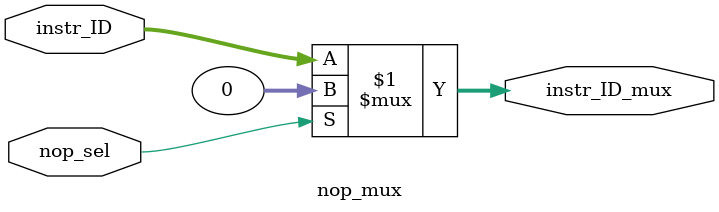
<source format=v>
module nop_mux
(
    input [31:0] instr_ID,
    input nop_sel,
    output [31:0] instr_ID_mux
);

assign instr_ID_mux = (nop_sel) ? 32'd0 : instr_ID;


endmodule
</source>
